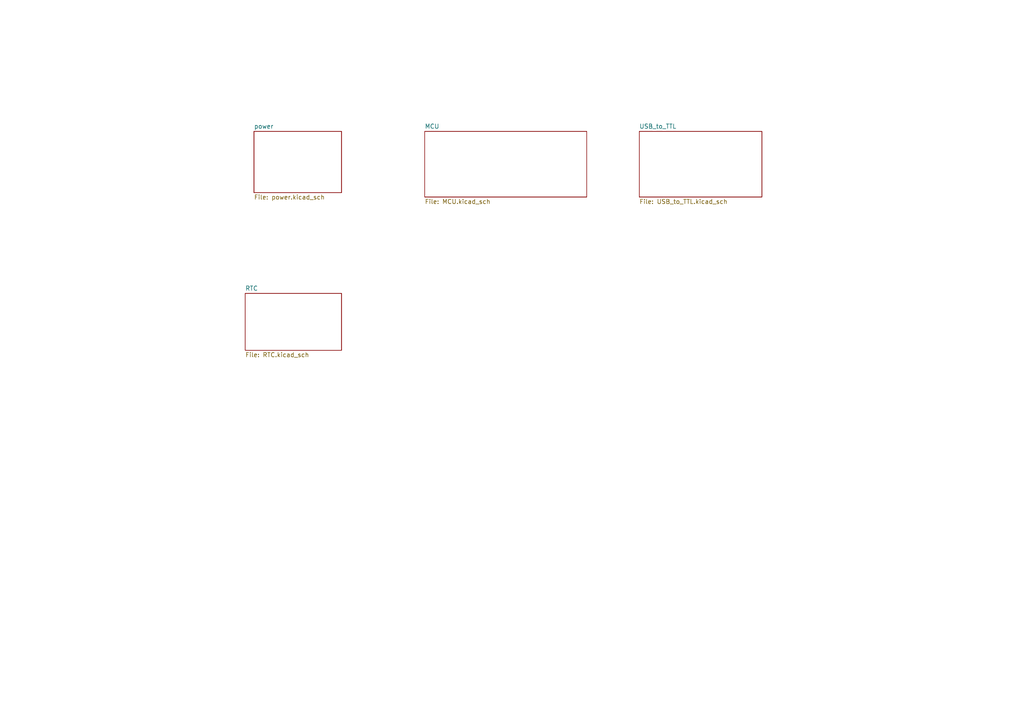
<source format=kicad_sch>
(kicad_sch (version 20230121) (generator eeschema)
  (paper "A4")
  (lib_symbols)
  (sheet (at 71.12 85.09) (size 27.94 16.51) (stroke (width 0.1524))
    (property "Sheetname" "RTC" (at 71.12 84.3784 0) (effects (justify left bottom)))
    (property "Sheetfile" "RTC.kicad_sch" (at 71.12 102.1846 0) (effects (justify left top)))
  )
  (sheet (at 185.42 38.1) (size 35.56 19.05) (stroke (width 0.1524))
    (property "Sheetname" "USB_to_TTL" (at 185.42 37.3884 0) (effects (justify left bottom)))
    (property "Sheetfile" "USB_to_TTL.kicad_sch" (at 185.42 57.7346 0) (effects (justify left top)))
  )
  (sheet (at 73.66 38.1) (size 25.4 17.78) (stroke (width 0.1524))
    (property "Sheetname" "power" (at 73.66 37.3884 0) (effects (justify left bottom)))
    (property "Sheetfile" "power.kicad_sch" (at 73.66 56.4646 0) (effects (justify left top)))
  )
  (sheet (at 123.19 38.1) (size 46.99 19.05) (stroke (width 0.1524))
    (property "Sheetname" "MCU" (at 123.19 37.3884 0) (effects (justify left bottom)))
    (property "Sheetfile" "MCU.kicad_sch" (at 123.19 57.7346 0) (effects (justify left top)))
  )
)
</source>
